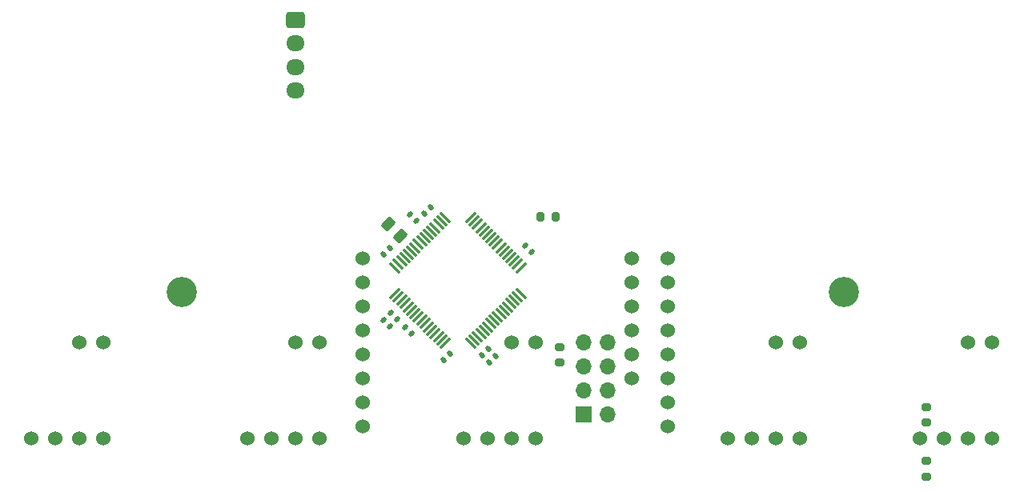
<source format=gbr>
%TF.GenerationSoftware,KiCad,Pcbnew,7.0.9*%
%TF.CreationDate,2024-10-01T14:40:40+09:00*%
%TF.ProjectId,03-front,30332d66-726f-46e7-942e-6b696361645f,rev?*%
%TF.SameCoordinates,Original*%
%TF.FileFunction,Soldermask,Bot*%
%TF.FilePolarity,Negative*%
%FSLAX46Y46*%
G04 Gerber Fmt 4.6, Leading zero omitted, Abs format (unit mm)*
G04 Created by KiCad (PCBNEW 7.0.9) date 2024-10-01 14:40:40*
%MOMM*%
%LPD*%
G01*
G04 APERTURE LIST*
G04 Aperture macros list*
%AMRoundRect*
0 Rectangle with rounded corners*
0 $1 Rounding radius*
0 $2 $3 $4 $5 $6 $7 $8 $9 X,Y pos of 4 corners*
0 Add a 4 corners polygon primitive as box body*
4,1,4,$2,$3,$4,$5,$6,$7,$8,$9,$2,$3,0*
0 Add four circle primitives for the rounded corners*
1,1,$1+$1,$2,$3*
1,1,$1+$1,$4,$5*
1,1,$1+$1,$6,$7*
1,1,$1+$1,$8,$9*
0 Add four rect primitives between the rounded corners*
20,1,$1+$1,$2,$3,$4,$5,0*
20,1,$1+$1,$4,$5,$6,$7,0*
20,1,$1+$1,$6,$7,$8,$9,0*
20,1,$1+$1,$8,$9,$2,$3,0*%
G04 Aperture macros list end*
%ADD10C,1.524000*%
%ADD11C,3.200000*%
%ADD12R,1.700000X1.700000*%
%ADD13O,1.700000X1.700000*%
%ADD14RoundRect,0.140000X0.219203X0.021213X0.021213X0.219203X-0.219203X-0.021213X-0.021213X-0.219203X0*%
%ADD15RoundRect,0.250000X-0.725000X0.600000X-0.725000X-0.600000X0.725000X-0.600000X0.725000X0.600000X0*%
%ADD16O,1.950000X1.700000*%
%ADD17RoundRect,0.250000X0.503814X0.132583X0.132583X0.503814X-0.503814X-0.132583X-0.132583X-0.503814X0*%
%ADD18RoundRect,0.200000X-0.200000X-0.275000X0.200000X-0.275000X0.200000X0.275000X-0.200000X0.275000X0*%
%ADD19RoundRect,0.140000X0.021213X-0.219203X0.219203X-0.021213X-0.021213X0.219203X-0.219203X0.021213X0*%
%ADD20RoundRect,0.075000X-0.441942X-0.548008X0.548008X0.441942X0.441942X0.548008X-0.548008X-0.441942X0*%
%ADD21RoundRect,0.075000X0.441942X-0.548008X0.548008X-0.441942X-0.441942X0.548008X-0.548008X0.441942X0*%
%ADD22RoundRect,0.200000X0.275000X-0.200000X0.275000X0.200000X-0.275000X0.200000X-0.275000X-0.200000X0*%
%ADD23RoundRect,0.140000X-0.219203X-0.021213X-0.021213X-0.219203X0.219203X0.021213X0.021213X0.219203X0*%
%ADD24RoundRect,0.140000X-0.021213X0.219203X-0.219203X0.021213X0.021213X-0.219203X0.219203X-0.021213X0*%
G04 APERTURE END LIST*
D10*
%TO.C,U6*%
X198120000Y-110490000D03*
X200660000Y-110490000D03*
X203200000Y-110490000D03*
X205740000Y-110490000D03*
X203200000Y-100330000D03*
X205740000Y-100330000D03*
%TD*%
%TO.C,U4*%
X149860000Y-110490000D03*
X152400000Y-110490000D03*
X154940000Y-110490000D03*
X157480000Y-110490000D03*
X154940000Y-100330000D03*
X157480000Y-100330000D03*
%TD*%
D11*
%TO.C,REF\u002A\u002A*%
X190000000Y-95000000D03*
%TD*%
D10*
%TO.C,U3*%
X134620000Y-100330000D03*
X132080000Y-100330000D03*
X134620000Y-110490000D03*
X132080000Y-110490000D03*
X129540000Y-110490000D03*
X127000000Y-110490000D03*
%TD*%
%TO.C,U7*%
X139192000Y-91440000D03*
X139192000Y-93980000D03*
X139192000Y-96520000D03*
X139192000Y-99060000D03*
X139192000Y-101600000D03*
X139192000Y-104140000D03*
X139192000Y-106680000D03*
X139192000Y-109220000D03*
X171450000Y-91440000D03*
X171450000Y-93980000D03*
X171450000Y-96520000D03*
X171450000Y-99060000D03*
X171450000Y-101600000D03*
X171450000Y-104140000D03*
X171450000Y-106680000D03*
X171450000Y-109220000D03*
X167640000Y-91440000D03*
X167640000Y-93980000D03*
X167640000Y-96520000D03*
X167640000Y-99060000D03*
X167640000Y-101600000D03*
X167640000Y-104140000D03*
%TD*%
%TO.C,U5*%
X177800000Y-110490000D03*
X180340000Y-110490000D03*
X182880000Y-110490000D03*
X185420000Y-110490000D03*
X182880000Y-100330000D03*
X185420000Y-100330000D03*
%TD*%
D12*
%TO.C,J1*%
X162560000Y-107950000D03*
D13*
X165100000Y-107950000D03*
X162560000Y-105410000D03*
X165100000Y-105410000D03*
X162560000Y-102870000D03*
X165100000Y-102870000D03*
X162560000Y-100330000D03*
X165100000Y-100330000D03*
%TD*%
D11*
%TO.C,REF\u002A\u002A*%
X120000000Y-95000000D03*
%TD*%
D10*
%TO.C,U2*%
X104140000Y-110490000D03*
X106680000Y-110490000D03*
X109220000Y-110490000D03*
X111760000Y-110490000D03*
X109220000Y-100330000D03*
X111760000Y-100330000D03*
%TD*%
D14*
%TO.C,C9*%
X142833411Y-97875411D03*
X142154589Y-97196589D03*
%TD*%
D15*
%TO.C,J2*%
X132080000Y-66160000D03*
D16*
X132080000Y-68660000D03*
X132080000Y-71160000D03*
X132080000Y-73660000D03*
%TD*%
D14*
%TO.C,C2*%
X144865411Y-87461411D03*
X144186589Y-86782589D03*
%TD*%
D17*
%TO.C,FB1*%
X143139235Y-89037235D03*
X141848765Y-87746765D03*
%TD*%
D18*
%TO.C,R2*%
X157925000Y-86995000D03*
X159575000Y-86995000D03*
%TD*%
D19*
%TO.C,C4*%
X141392589Y-91017411D03*
X142071411Y-90338589D03*
%TD*%
D14*
%TO.C,C10*%
X142071411Y-98637411D03*
X141392589Y-97958589D03*
%TD*%
D20*
%TO.C,U1*%
X147863819Y-100419320D03*
X147510266Y-100065767D03*
X147156713Y-99712214D03*
X146803159Y-99358660D03*
X146449606Y-99005107D03*
X146096052Y-98651553D03*
X145742499Y-98298000D03*
X145388946Y-97944447D03*
X145035392Y-97590893D03*
X144681839Y-97237340D03*
X144328286Y-96883787D03*
X143974732Y-96530233D03*
X143621179Y-96176680D03*
X143267625Y-95823126D03*
X142914072Y-95469573D03*
X142560519Y-95116020D03*
D21*
X142560519Y-92393658D03*
X142914072Y-92040105D03*
X143267625Y-91686552D03*
X143621179Y-91332998D03*
X143974732Y-90979445D03*
X144328286Y-90625891D03*
X144681839Y-90272338D03*
X145035392Y-89918785D03*
X145388946Y-89565231D03*
X145742499Y-89211678D03*
X146096052Y-88858125D03*
X146449606Y-88504571D03*
X146803159Y-88151018D03*
X147156713Y-87797464D03*
X147510266Y-87443911D03*
X147863819Y-87090358D03*
D20*
X150586181Y-87090358D03*
X150939734Y-87443911D03*
X151293287Y-87797464D03*
X151646841Y-88151018D03*
X152000394Y-88504571D03*
X152353948Y-88858125D03*
X152707501Y-89211678D03*
X153061054Y-89565231D03*
X153414608Y-89918785D03*
X153768161Y-90272338D03*
X154121714Y-90625891D03*
X154475268Y-90979445D03*
X154828821Y-91332998D03*
X155182375Y-91686552D03*
X155535928Y-92040105D03*
X155889481Y-92393658D03*
D21*
X155889481Y-95116020D03*
X155535928Y-95469573D03*
X155182375Y-95823126D03*
X154828821Y-96176680D03*
X154475268Y-96530233D03*
X154121714Y-96883787D03*
X153768161Y-97237340D03*
X153414608Y-97590893D03*
X153061054Y-97944447D03*
X152707501Y-98298000D03*
X152353948Y-98651553D03*
X152000394Y-99005107D03*
X151646841Y-99358660D03*
X151293287Y-99712214D03*
X150939734Y-100065767D03*
X150586181Y-100419320D03*
%TD*%
D22*
%TO.C,R3*%
X198755000Y-108775000D03*
X198755000Y-107125000D03*
%TD*%
D19*
%TO.C,C6*%
X145710589Y-86699411D03*
X146389411Y-86020589D03*
%TD*%
D22*
%TO.C,R1*%
X160020000Y-102425000D03*
X160020000Y-100775000D03*
%TD*%
D23*
%TO.C,C3*%
X156378589Y-90084589D03*
X157057411Y-90763411D03*
%TD*%
D22*
%TO.C,R4*%
X198755000Y-114490000D03*
X198755000Y-112840000D03*
%TD*%
D23*
%TO.C,C1*%
X143678589Y-98720589D03*
X144357411Y-99399411D03*
%TD*%
D19*
%TO.C,C5*%
X147742589Y-102193411D03*
X148421411Y-101514589D03*
%TD*%
%TO.C,C7*%
X152568589Y-102447411D03*
X153247411Y-101768589D03*
%TD*%
D24*
%TO.C,C8*%
X152485411Y-101006589D03*
X151806589Y-101685411D03*
%TD*%
M02*

</source>
